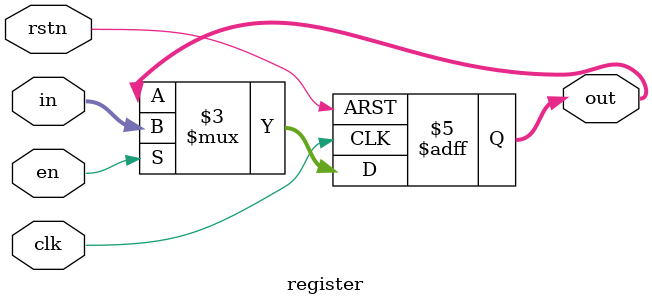
<source format=sv>
/*
  Engineer    : Abarajithan G
  Company     : -
  Create Date : 31-July-2022
  Design Name : register
  Description : module to abstract out all sequential logic
*/

`timescale 1ns/1ps

module register #(
  parameter WIDTH = 8,
            RESET_VALUE = 0
)(
  input  logic clk, rstn, en,
  input  logic [WIDTH-1:0] in,
  output logic [WIDTH-1:0] out
);

  always_ff @(posedge clk or negedge rstn)
    if      (~rstn) out <= RESET_VALUE;
    else if (en)    out <= in;
  
endmodule
</source>
